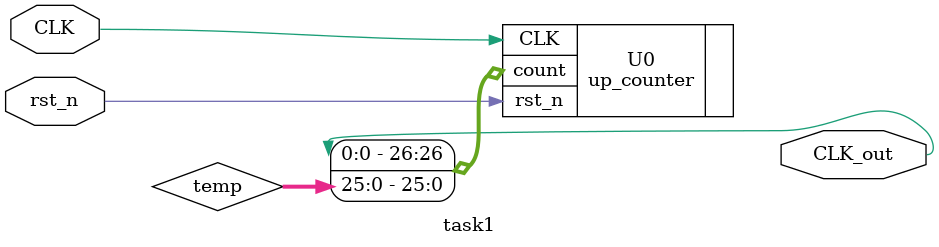
<source format=v>
`timescale 1ns / 1ps
`define freq_div_bit 27
module task1(
    input CLK,
    input rst_n,
    output CLK_out
    );
    wire [`freq_div_bit-2:0]temp;
    up_counter U0(.CLK(CLK), .rst_n(rst_n), .count({CLK_out,temp}));
endmodule


</source>
